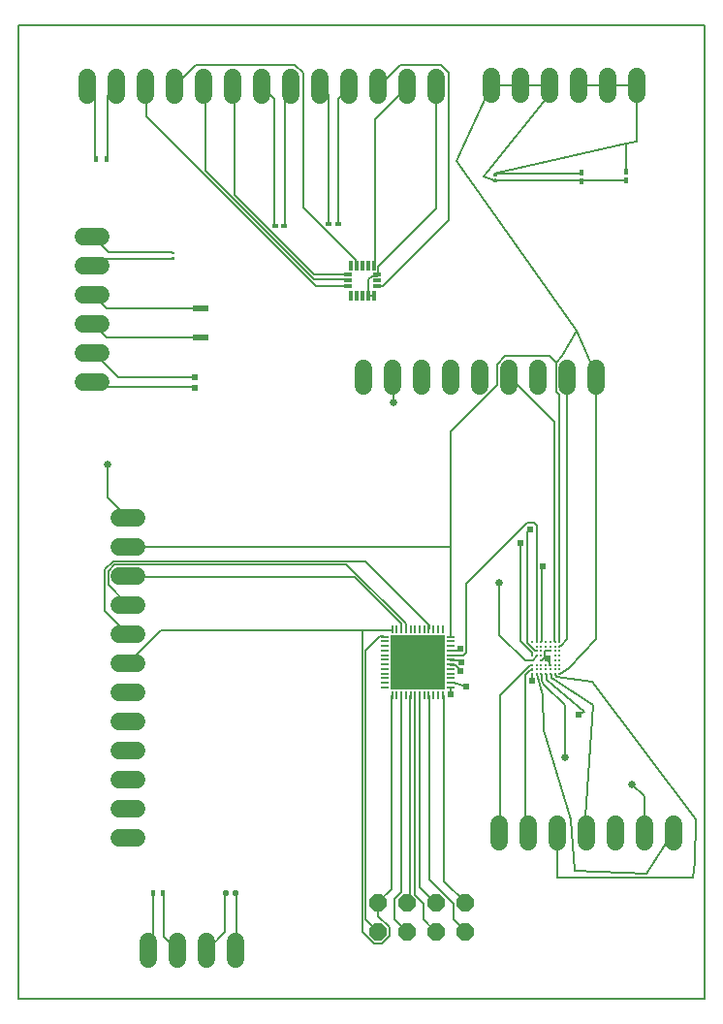
<source format=gtl>
G75*
%MOIN*%
%OFA0B0*%
%FSLAX25Y25*%
%IPPOS*%
%LPD*%
%AMOC8*
5,1,8,0,0,1.08239X$1,22.5*
%
%ADD10C,0.00600*%
%ADD11R,0.05354X0.02441*%
%ADD12R,0.01200X0.02200*%
%ADD13R,0.02200X0.01200*%
%ADD14R,0.01800X0.02000*%
%ADD15C,0.00709*%
%ADD16R,0.02441X0.02283*%
%ADD17C,0.00362*%
%ADD18C,0.00787*%
%ADD19R,0.01181X0.03642*%
%ADD20R,0.03150X0.01181*%
%ADD21R,0.02600X0.01000*%
%ADD22R,0.01000X0.02600*%
%ADD23R,0.18500X0.18500*%
%ADD24OC8,0.06000*%
%ADD25C,0.06000*%
%ADD26R,0.01400X0.02000*%
%ADD27C,0.01127*%
%ADD28C,0.02400*%
%ADD29C,0.02600*%
%ADD30C,0.02978*%
D10*
X0001300Y0001300D02*
X0001300Y0335946D01*
X0237520Y0335946D01*
X0237520Y0001300D01*
X0001300Y0001300D01*
X0046082Y0018058D02*
X0046580Y0018095D01*
X0047680Y0019195D01*
X0047680Y0037345D01*
X0047838Y0037653D01*
X0051138Y0037653D02*
X0051530Y0037345D01*
X0051530Y0022495D01*
X0055930Y0018095D01*
X0056082Y0018058D01*
X0066082Y0018058D02*
X0066380Y0018095D01*
X0072430Y0024145D01*
X0072430Y0037345D01*
X0072601Y0037824D01*
X0075986Y0037824D02*
X0076280Y0037345D01*
X0076280Y0018095D01*
X0076082Y0018058D01*
X0119730Y0024145D02*
X0119730Y0128095D01*
X0129630Y0128095D01*
X0129972Y0128344D01*
X0132930Y0128645D02*
X0133122Y0128344D01*
X0132930Y0128645D02*
X0132930Y0130295D01*
X0116980Y0146245D01*
X0039430Y0146245D01*
X0039179Y0146655D01*
X0034480Y0150645D02*
X0032280Y0148445D01*
X0032280Y0143495D01*
X0038880Y0136895D01*
X0039179Y0136655D01*
X0031180Y0134695D02*
X0038880Y0126995D01*
X0039179Y0126655D01*
X0039430Y0117095D02*
X0039179Y0116655D01*
X0039430Y0117095D02*
X0050430Y0128095D01*
X0119730Y0128095D01*
X0125780Y0125895D02*
X0120830Y0120945D01*
X0120830Y0028545D01*
X0124680Y0024695D01*
X0124964Y0024326D01*
X0126330Y0020295D02*
X0123580Y0020295D01*
X0119730Y0024145D01*
X0126330Y0020295D02*
X0129080Y0023045D01*
X0129080Y0025795D01*
X0125230Y0029645D01*
X0125230Y0034045D01*
X0124964Y0034326D01*
X0125230Y0034595D01*
X0129630Y0038995D01*
X0129630Y0105545D01*
X0129972Y0105744D01*
X0132930Y0105545D02*
X0133122Y0105744D01*
X0132930Y0105545D02*
X0132930Y0037895D01*
X0130730Y0035695D01*
X0130730Y0028545D01*
X0134580Y0024695D01*
X0134964Y0024326D01*
X0140630Y0028545D02*
X0144480Y0024695D01*
X0144964Y0024326D01*
X0140630Y0028545D02*
X0140630Y0034045D01*
X0137880Y0036795D01*
X0137880Y0105545D01*
X0137846Y0105744D01*
X0139421Y0105744D02*
X0139530Y0105545D01*
X0139530Y0039545D01*
X0144480Y0034595D01*
X0144964Y0034326D01*
X0151080Y0034045D02*
X0142830Y0042295D01*
X0142830Y0105545D01*
X0142570Y0105744D01*
X0147295Y0105744D02*
X0147780Y0105545D01*
X0147780Y0041745D01*
X0154930Y0034595D01*
X0154964Y0034326D01*
X0151080Y0034045D02*
X0151080Y0028545D01*
X0154930Y0024695D01*
X0154964Y0024326D01*
X0136230Y0035695D02*
X0135130Y0034595D01*
X0134964Y0034326D01*
X0136230Y0035695D02*
X0136230Y0105545D01*
X0136271Y0105744D01*
X0138633Y0117044D02*
X0132361Y0123316D01*
X0132361Y0124134D01*
X0134696Y0128344D02*
X0134580Y0128645D01*
X0134580Y0130295D01*
X0114230Y0150645D01*
X0034480Y0150645D01*
X0033930Y0151745D02*
X0031180Y0148995D01*
X0031180Y0134695D01*
X0033930Y0151745D02*
X0120830Y0151745D01*
X0142830Y0129745D01*
X0142830Y0128645D01*
X0142570Y0128344D01*
X0149980Y0125895D02*
X0149933Y0125705D01*
X0149980Y0125895D02*
X0149980Y0156695D01*
X0039430Y0156695D01*
X0039179Y0156655D01*
X0039179Y0166655D02*
X0032133Y0173700D01*
X0032133Y0184878D01*
X0028430Y0211695D02*
X0027330Y0212795D01*
X0026781Y0213344D01*
X0028430Y0211695D02*
X0061980Y0211695D01*
X0062024Y0211147D01*
X0062024Y0214848D02*
X0061980Y0214995D01*
X0035580Y0214995D01*
X0027330Y0223245D01*
X0026781Y0223344D01*
X0031730Y0228745D02*
X0027330Y0233145D01*
X0026781Y0233344D01*
X0031730Y0228745D02*
X0063630Y0228745D01*
X0063965Y0228454D01*
X0063965Y0238612D02*
X0063630Y0238645D01*
X0031730Y0238645D01*
X0027330Y0243045D01*
X0026781Y0243344D01*
X0026781Y0253344D02*
X0027330Y0253495D01*
X0029530Y0255695D01*
X0054280Y0255695D01*
X0054439Y0255922D01*
X0054439Y0257773D02*
X0054280Y0257895D01*
X0032280Y0257895D01*
X0027330Y0262845D01*
X0026781Y0263344D01*
X0028117Y0290009D02*
X0027787Y0290403D01*
X0027787Y0312403D01*
X0025587Y0314603D01*
X0025240Y0315093D01*
X0032187Y0311853D02*
X0034937Y0314603D01*
X0035240Y0315093D01*
X0032187Y0311853D02*
X0032187Y0290403D01*
X0031717Y0290009D01*
X0045387Y0304703D02*
X0045387Y0314603D01*
X0045240Y0315093D01*
X0045387Y0304703D02*
X0103687Y0246403D01*
X0114687Y0246403D01*
X0114719Y0246193D01*
X0114719Y0248162D02*
X0114687Y0248603D01*
X0103137Y0248603D01*
X0065737Y0286003D01*
X0065737Y0314603D01*
X0065240Y0315093D01*
X0062437Y0322303D02*
X0055287Y0315153D01*
X0055240Y0315093D01*
X0062437Y0322303D02*
X0096537Y0322303D01*
X0099287Y0319553D01*
X0099287Y0273353D01*
X0117437Y0255203D01*
X0117437Y0253553D01*
X0117770Y0253231D01*
X0114687Y0250253D02*
X0114719Y0250130D01*
X0114687Y0250253D02*
X0103137Y0250253D01*
X0075637Y0277753D01*
X0075637Y0314603D01*
X0075240Y0315093D01*
X0085240Y0315093D02*
X0085537Y0314603D01*
X0089387Y0310753D01*
X0089387Y0267303D01*
X0089598Y0266916D01*
X0092698Y0266916D02*
X0093237Y0267303D01*
X0093237Y0312953D01*
X0094887Y0314603D01*
X0095240Y0315093D01*
X0105240Y0315093D02*
X0105337Y0314603D01*
X0108087Y0311853D01*
X0108087Y0267853D01*
X0108214Y0267772D01*
X0111314Y0267772D02*
X0111387Y0267853D01*
X0111387Y0310753D01*
X0115237Y0314603D01*
X0115240Y0315093D01*
X0124037Y0303603D02*
X0135037Y0314603D01*
X0135240Y0315093D01*
X0132837Y0322303D02*
X0125687Y0315153D01*
X0125240Y0315093D01*
X0132837Y0322303D02*
X0146587Y0322303D01*
X0149337Y0319553D01*
X0149337Y0268953D01*
X0126787Y0246403D01*
X0125137Y0246403D01*
X0124759Y0246193D01*
X0123676Y0243093D02*
X0123487Y0243103D01*
X0121837Y0243103D01*
X0121707Y0243093D01*
X0121837Y0243103D02*
X0121837Y0248603D01*
X0122937Y0249703D01*
X0124587Y0249703D01*
X0124759Y0250130D01*
X0125137Y0250253D01*
X0125137Y0253003D01*
X0144937Y0272803D01*
X0144937Y0314603D01*
X0145240Y0315093D01*
X0163608Y0314740D02*
X0152175Y0289446D01*
X0193551Y0230923D01*
X0200030Y0215545D01*
X0200174Y0215016D01*
X0200030Y0214995D01*
X0200030Y0124795D01*
X0190788Y0114940D01*
X0187616Y0112986D01*
X0187531Y0112940D01*
X0185957Y0112940D02*
X0185948Y0112794D01*
X0186249Y0111901D01*
X0198866Y0110230D01*
X0234268Y0062819D01*
X0234097Y0048330D01*
X0233391Y0042840D01*
X0186819Y0043025D01*
X0186830Y0058245D01*
X0186675Y0058439D01*
X0191402Y0062946D02*
X0192753Y0045158D01*
X0217464Y0044154D01*
X0226430Y0058245D01*
X0226675Y0058439D01*
X0216675Y0058439D02*
X0216675Y0070791D01*
X0212569Y0074897D01*
X0196675Y0058439D02*
X0196180Y0058795D01*
X0199057Y0102296D01*
X0184630Y0111595D01*
X0184630Y0112695D01*
X0184382Y0112940D01*
X0182980Y0112695D02*
X0182980Y0111045D01*
X0196041Y0099969D01*
X0193980Y0098945D01*
X0189249Y0102119D02*
X0189249Y0084634D01*
X0189521Y0084362D01*
X0182163Y0093503D02*
X0191402Y0062946D01*
X0176675Y0058439D02*
X0176380Y0058795D01*
X0175830Y0059345D01*
X0175830Y0112695D01*
X0177480Y0114345D01*
X0178030Y0114345D01*
X0178083Y0114514D01*
X0178030Y0115995D02*
X0178083Y0116089D01*
X0178030Y0115995D02*
X0177480Y0115995D01*
X0167030Y0105545D01*
X0167030Y0058795D01*
X0166675Y0058439D01*
X0182163Y0093503D02*
X0181741Y0105679D01*
X0179657Y0112940D01*
X0178083Y0112940D02*
X0178030Y0112695D01*
X0178030Y0110495D01*
X0181232Y0112940D02*
X0181572Y0112599D01*
X0181572Y0110740D01*
X0181953Y0109415D01*
X0189249Y0102119D01*
X0182980Y0112695D02*
X0182807Y0112940D01*
X0184080Y0115995D02*
X0184382Y0116089D01*
X0184080Y0115995D02*
X0184080Y0117095D01*
X0182980Y0118195D01*
X0183530Y0118195D01*
X0182980Y0118195D02*
X0182430Y0118745D01*
X0182430Y0120945D01*
X0182807Y0120814D01*
X0182980Y0120945D01*
X0184080Y0120945D01*
X0184382Y0120814D01*
X0182430Y0118745D02*
X0181330Y0117645D01*
X0181232Y0117664D01*
X0179657Y0119239D02*
X0178286Y0117553D01*
X0175579Y0117553D01*
X0166851Y0126280D01*
X0166851Y0144396D01*
X0155480Y0144045D02*
X0155480Y0120395D01*
X0154380Y0119295D01*
X0149980Y0119295D01*
X0149933Y0119406D01*
X0149980Y0120945D02*
X0149933Y0120981D01*
X0149980Y0120945D02*
X0152730Y0120945D01*
X0153280Y0121495D01*
X0153280Y0117645D02*
X0149980Y0117645D01*
X0149933Y0117831D01*
X0149933Y0116257D02*
X0149980Y0115995D01*
X0151630Y0115995D01*
X0153280Y0114345D01*
X0153280Y0113795D01*
X0153830Y0117095D02*
X0153280Y0117645D01*
X0151085Y0109831D02*
X0149933Y0109957D01*
X0151085Y0109831D02*
X0155279Y0108523D01*
X0149980Y0108295D02*
X0149980Y0106095D01*
X0149980Y0108295D02*
X0149933Y0108383D01*
X0127333Y0125705D02*
X0126880Y0125895D01*
X0125780Y0125895D01*
X0149980Y0156695D02*
X0149980Y0196295D01*
X0165930Y0212245D01*
X0165930Y0219395D01*
X0168680Y0222145D01*
X0184080Y0222145D01*
X0186280Y0219945D01*
X0188480Y0222145D01*
X0193551Y0230923D01*
X0186280Y0219945D02*
X0186280Y0210045D01*
X0187380Y0208945D01*
X0187380Y0124245D01*
X0187531Y0123963D01*
X0187380Y0122595D02*
X0187531Y0122388D01*
X0187380Y0122595D02*
X0187930Y0122595D01*
X0190130Y0124795D01*
X0190130Y0214995D01*
X0190174Y0215016D01*
X0185730Y0199595D02*
X0170330Y0214995D01*
X0170174Y0215016D01*
X0185730Y0199595D02*
X0185730Y0124245D01*
X0185957Y0123963D01*
X0181330Y0124245D02*
X0181232Y0123963D01*
X0181330Y0124245D02*
X0181330Y0149545D01*
X0181880Y0150095D01*
X0176380Y0161645D02*
X0177480Y0162745D01*
X0176380Y0161645D02*
X0176380Y0123695D01*
X0179130Y0120945D01*
X0179680Y0120945D01*
X0179657Y0120814D01*
X0178030Y0120395D02*
X0174180Y0124245D01*
X0174180Y0157795D01*
X0176380Y0164945D02*
X0155480Y0144045D01*
X0176380Y0164945D02*
X0178580Y0164945D01*
X0179680Y0163845D01*
X0179680Y0124245D01*
X0179657Y0123963D01*
X0178030Y0120395D02*
X0178030Y0119295D01*
X0178083Y0119239D01*
X0130403Y0206284D02*
X0130403Y0214787D01*
X0130174Y0215016D01*
X0123676Y0253231D02*
X0124037Y0253553D01*
X0124037Y0303603D01*
X0161454Y0283998D02*
X0165031Y0282757D01*
X0165426Y0282545D01*
X0165581Y0282757D01*
X0194731Y0282757D01*
X0194984Y0282261D01*
X0195080Y0282645D01*
X0209930Y0282645D01*
X0210463Y0282457D01*
X0210463Y0285557D02*
X0210480Y0285945D01*
X0210480Y0295295D01*
X0210501Y0295204D01*
X0214208Y0296040D01*
X0214208Y0314740D01*
X0214109Y0315226D01*
X0204109Y0315226D01*
X0194109Y0315226D01*
X0186158Y0314740D02*
X0161454Y0283998D01*
X0165031Y0284957D02*
X0165426Y0284750D01*
X0165581Y0284957D01*
X0194731Y0284957D01*
X0194984Y0285361D01*
X0210501Y0295204D02*
X0165031Y0284957D01*
X0163608Y0314740D02*
X0164109Y0315226D01*
X0174109Y0315226D01*
X0184109Y0315226D01*
X0184508Y0314740D01*
X0186158Y0314740D01*
D11*
X0063965Y0238612D03*
X0063965Y0228454D03*
D12*
X0194984Y0282261D03*
X0194984Y0285361D03*
X0210463Y0285557D03*
X0210463Y0282457D03*
D13*
X0111314Y0267772D03*
X0108214Y0267772D03*
X0092698Y0266916D03*
X0089598Y0266916D03*
D14*
X0031717Y0290009D03*
X0028117Y0290009D03*
D15*
X0165072Y0285065D02*
X0165072Y0284435D01*
X0165072Y0285065D02*
X0165780Y0285065D01*
X0165780Y0284435D01*
X0165072Y0284435D01*
X0165072Y0282860D02*
X0165072Y0282230D01*
X0165072Y0282860D02*
X0165780Y0282860D01*
X0165780Y0282230D01*
X0165072Y0282230D01*
D16*
X0062024Y0214848D03*
X0062024Y0211147D03*
D17*
X0054030Y0255650D02*
X0054030Y0256194D01*
X0054848Y0256194D01*
X0054848Y0255650D01*
X0054030Y0255650D01*
X0054030Y0256011D02*
X0054848Y0256011D01*
X0054030Y0257501D02*
X0054030Y0258045D01*
X0054848Y0258045D01*
X0054848Y0257501D01*
X0054030Y0257501D01*
X0054030Y0257862D02*
X0054848Y0257862D01*
D18*
X0178083Y0123963D03*
X0179657Y0123963D03*
X0179657Y0122388D03*
X0179657Y0120814D03*
X0181232Y0120814D03*
X0181232Y0122388D03*
X0182807Y0122388D03*
X0182807Y0120814D03*
X0184382Y0120814D03*
X0184382Y0122388D03*
X0185957Y0122388D03*
X0185957Y0120814D03*
X0187531Y0120814D03*
X0187531Y0122388D03*
X0187531Y0123963D03*
X0185957Y0123963D03*
X0184382Y0123963D03*
X0182807Y0123963D03*
X0181232Y0123963D03*
X0181232Y0119239D03*
X0179657Y0119239D03*
X0178083Y0119239D03*
X0178083Y0116089D03*
X0179657Y0116089D03*
X0179657Y0114514D03*
X0179657Y0112940D03*
X0178083Y0112940D03*
X0178083Y0114514D03*
X0181232Y0114514D03*
X0181232Y0112940D03*
X0182807Y0112940D03*
X0182807Y0114514D03*
X0184382Y0114514D03*
X0184382Y0112940D03*
X0185957Y0112940D03*
X0187531Y0112940D03*
X0187531Y0114514D03*
X0185957Y0114514D03*
X0185957Y0116089D03*
X0187531Y0116089D03*
X0187531Y0117664D03*
X0185957Y0117664D03*
X0185957Y0119239D03*
X0187531Y0119239D03*
X0184382Y0116089D03*
X0182807Y0116089D03*
X0181232Y0116089D03*
X0181232Y0117664D03*
D19*
X0123676Y0243093D03*
X0121707Y0243093D03*
X0119739Y0243093D03*
X0117770Y0243093D03*
X0115802Y0243093D03*
X0115802Y0253231D03*
X0117770Y0253231D03*
X0119739Y0253231D03*
X0121707Y0253231D03*
X0123676Y0253231D03*
D20*
X0124759Y0250130D03*
X0124759Y0248162D03*
X0124759Y0246193D03*
X0114719Y0246193D03*
X0114719Y0248162D03*
X0114719Y0250130D03*
D21*
X0127333Y0125705D03*
X0127333Y0124131D03*
X0127333Y0122556D03*
X0127333Y0120981D03*
X0127333Y0119406D03*
X0127333Y0117831D03*
X0127333Y0116257D03*
X0127333Y0114682D03*
X0127333Y0113107D03*
X0127333Y0111532D03*
X0127333Y0109957D03*
X0127333Y0108383D03*
X0149933Y0108383D03*
X0149933Y0109957D03*
X0149933Y0111532D03*
X0149933Y0113107D03*
X0149933Y0114682D03*
X0149933Y0116257D03*
X0149933Y0117831D03*
X0149933Y0119406D03*
X0149933Y0120981D03*
X0149933Y0122556D03*
X0149933Y0124131D03*
X0149933Y0125705D03*
D22*
X0147295Y0128344D03*
X0145720Y0128344D03*
X0144145Y0128344D03*
X0142570Y0128344D03*
X0140996Y0128344D03*
X0139421Y0128344D03*
X0137846Y0128344D03*
X0136271Y0128344D03*
X0134696Y0128344D03*
X0133122Y0128344D03*
X0131547Y0128344D03*
X0129972Y0128344D03*
X0129972Y0105744D03*
X0131547Y0105744D03*
X0133122Y0105744D03*
X0134696Y0105744D03*
X0136271Y0105744D03*
X0137846Y0105744D03*
X0139421Y0105744D03*
X0140996Y0105744D03*
X0142570Y0105744D03*
X0144145Y0105744D03*
X0145720Y0105744D03*
X0147295Y0105744D03*
D23*
X0138633Y0117044D03*
D24*
X0134964Y0034326D03*
X0134964Y0024326D03*
X0144964Y0024326D03*
X0144964Y0034326D03*
X0154964Y0034326D03*
X0154964Y0024326D03*
X0124964Y0024326D03*
X0124964Y0034326D03*
D25*
X0166675Y0055439D02*
X0166675Y0061439D01*
X0176675Y0061439D02*
X0176675Y0055439D01*
X0186675Y0055439D02*
X0186675Y0061439D01*
X0196675Y0061439D02*
X0196675Y0055439D01*
X0206675Y0055439D02*
X0206675Y0061439D01*
X0216675Y0061439D02*
X0216675Y0055439D01*
X0226675Y0055439D02*
X0226675Y0061439D01*
X0200174Y0212016D02*
X0200174Y0218016D01*
X0190174Y0218016D02*
X0190174Y0212016D01*
X0180174Y0212016D02*
X0180174Y0218016D01*
X0170174Y0218016D02*
X0170174Y0212016D01*
X0160174Y0212016D02*
X0160174Y0218016D01*
X0150174Y0218016D02*
X0150174Y0212016D01*
X0140174Y0212016D02*
X0140174Y0218016D01*
X0130174Y0218016D02*
X0130174Y0212016D01*
X0120174Y0212016D02*
X0120174Y0218016D01*
X0115240Y0312093D02*
X0115240Y0318093D01*
X0105240Y0318093D02*
X0105240Y0312093D01*
X0095240Y0312093D02*
X0095240Y0318093D01*
X0085240Y0318093D02*
X0085240Y0312093D01*
X0075240Y0312093D02*
X0075240Y0318093D01*
X0065240Y0318093D02*
X0065240Y0312093D01*
X0055240Y0312093D02*
X0055240Y0318093D01*
X0045240Y0318093D02*
X0045240Y0312093D01*
X0035240Y0312093D02*
X0035240Y0318093D01*
X0025240Y0318093D02*
X0025240Y0312093D01*
X0023781Y0263344D02*
X0029781Y0263344D01*
X0029781Y0253344D02*
X0023781Y0253344D01*
X0023781Y0243344D02*
X0029781Y0243344D01*
X0029781Y0233344D02*
X0023781Y0233344D01*
X0023781Y0223344D02*
X0029781Y0223344D01*
X0029781Y0213344D02*
X0023781Y0213344D01*
X0036179Y0166655D02*
X0042179Y0166655D01*
X0042179Y0156655D02*
X0036179Y0156655D01*
X0036179Y0146655D02*
X0042179Y0146655D01*
X0042179Y0136655D02*
X0036179Y0136655D01*
X0036179Y0126655D02*
X0042179Y0126655D01*
X0042179Y0116655D02*
X0036179Y0116655D01*
X0036179Y0106655D02*
X0042179Y0106655D01*
X0042179Y0096655D02*
X0036179Y0096655D01*
X0036179Y0086655D02*
X0042179Y0086655D01*
X0042179Y0076655D02*
X0036179Y0076655D01*
X0036179Y0066655D02*
X0042179Y0066655D01*
X0042179Y0056655D02*
X0036179Y0056655D01*
X0046082Y0021058D02*
X0046082Y0015058D01*
X0056082Y0015058D02*
X0056082Y0021058D01*
X0066082Y0021058D02*
X0066082Y0015058D01*
X0076082Y0015058D02*
X0076082Y0021058D01*
X0125240Y0312093D02*
X0125240Y0318093D01*
X0135240Y0318093D02*
X0135240Y0312093D01*
X0145240Y0312093D02*
X0145240Y0318093D01*
X0164109Y0318226D02*
X0164109Y0312226D01*
X0174109Y0312226D02*
X0174109Y0318226D01*
X0184109Y0318226D02*
X0184109Y0312226D01*
X0194109Y0312226D02*
X0194109Y0318226D01*
X0204109Y0318226D02*
X0204109Y0312226D01*
X0214109Y0312226D02*
X0214109Y0318226D01*
D26*
X0051138Y0037653D03*
X0047838Y0037653D03*
D27*
X0073101Y0037206D02*
X0073101Y0038442D01*
X0073101Y0037206D02*
X0072101Y0037206D01*
X0072101Y0038442D01*
X0073101Y0038442D01*
X0073101Y0038332D02*
X0072101Y0038332D01*
X0076486Y0038442D02*
X0076486Y0037206D01*
X0075486Y0037206D01*
X0075486Y0038442D01*
X0076486Y0038442D01*
X0076486Y0038332D02*
X0075486Y0038332D01*
D28*
X0132113Y0119336D03*
X0136046Y0119267D03*
X0139843Y0119267D03*
X0144989Y0119290D03*
X0153280Y0121495D03*
X0153830Y0117095D03*
X0153280Y0113795D03*
X0155279Y0108523D03*
X0149980Y0106095D03*
X0178030Y0110495D03*
X0183530Y0118195D03*
X0193980Y0098945D03*
X0181880Y0150095D03*
X0174180Y0157795D03*
X0177480Y0162745D03*
D29*
X0166851Y0144396D03*
X0132361Y0124134D03*
X0189521Y0084362D03*
X0212569Y0074897D03*
X0130403Y0206284D03*
X0032133Y0184878D03*
D30*
X0131335Y0111171D03*
X0135566Y0111102D03*
X0139912Y0111171D03*
X0145012Y0111102D03*
X0144783Y0124207D03*
X0140483Y0124115D03*
X0136252Y0124024D03*
M02*

</source>
